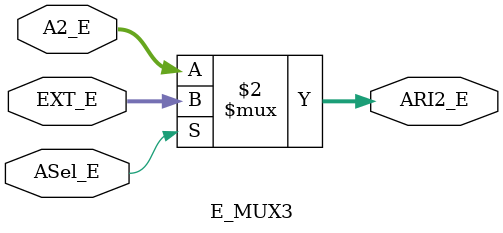
<source format=v>
`timescale 1ns / 1ps
module E_MUX1(
    input [31:0] A1_E,
	 input [31:0] PC4_M,
    input [31:0] ALUOUT_M,
    input [31:0] Result_W,
	 input [2:0] FSel1_E,
    output [31:0] ARI1_E
    );

assign ARI1_E = (FSel1_E == 3'b000) ? PC4_M + 4 :
					 (FSel1_E == 3'b001) ? ALUOUT_M :
					 (FSel1_E == 3'b010) ? Result_W :
					 A1_E;

endmodule


module E_MUX2(
	input [31:0] A2_E0,
	input [31:0] PC4_M,
	input [31:0] ALUOUT_M,
	input [31:0] Result_W,
	input [2:0] FSel2_E,
	output [31:0] A2_E
	);
	
assign A2_E = (FSel2_E == 3'b000) ? PC4_M + 4 :
				  (FSel2_E == 3'b001) ? ALUOUT_M :
				  (FSel2_E == 3'b010) ? Result_W :
				  A2_E0;
				 
endmodule


module E_MUX3(
	input [31:0] A2_E,
	input [31:0] EXT_E,
	input ASel_E,
	output [31:0] ARI2_E
	);

assign ARI2_E = (ASel_E == 0) ? A2_E : EXT_E;

endmodule





				
</source>
